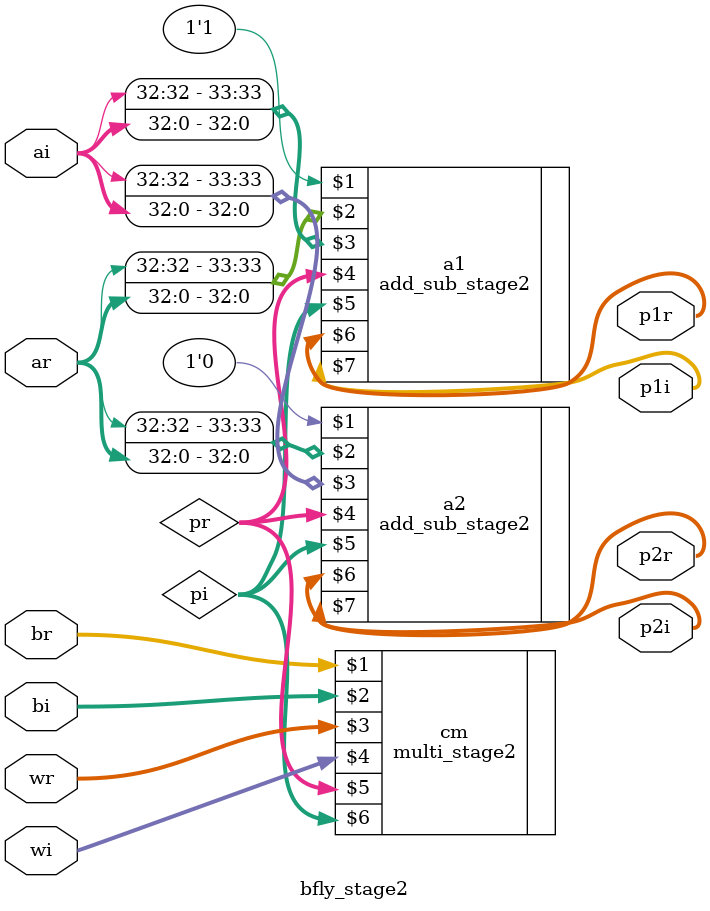
<source format=v>
module bfly_stage2
#(parameter n = 33)
(
    input signed [n-1:0] ar,ai,br,bi,wr,wi,
    output signed [n+1:0] p1r,p1i,p2r,p2i
);

    wire signed [n:0] pr,pi;
    multi_stage2 cm(br,bi,wr,wi,pr,pi);
    add_sub_stage2 a1(1'b1,{ar[n-1],ar},{ai[n-1],ai},pr,pi,p1r,p1i);
    add_sub_stage2 a2(1'b0,{ar[n-1],ar},{ai[n-1],ai},pr,pi,p2r,p2i);

endmodule


</source>
